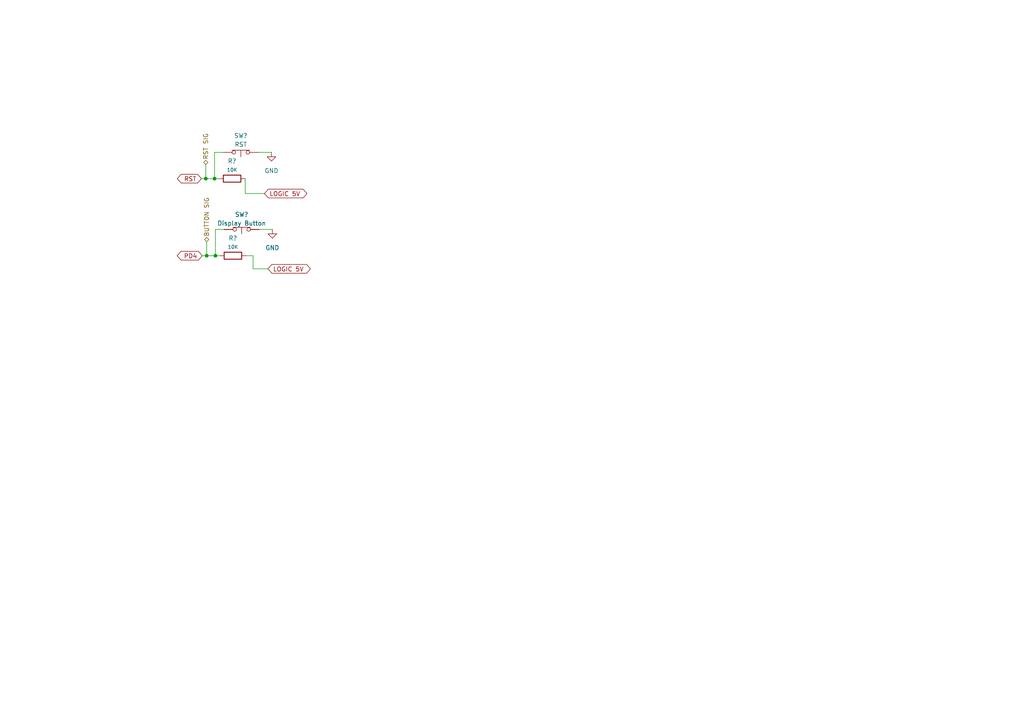
<source format=kicad_sch>
(kicad_sch (version 20230121) (generator eeschema)
  (paper "A4")
  (lib_symbols
    (symbol "Device:R" (pin_numbers hide) (pin_names (offset 0))
      (property "Reference" "R" (at 2.032 0 90))
      (property "Value" "R" (at 0 0 90))
      (symbol "R_0_1"
        (rectangle (start -1.016 -2.54) (end 1.016 2.54) (stroke (width 0.254)))
      )
      (symbol "R_1_1"
        (pin passive line (at 0 3.81 270) (length 1.27) (name "~") (number "1"))
        (pin passive line (at 0 -3.81 90) (length 1.27) (name "~") (number "2"))
      )
    )
    (symbol "Switch:SW_Push_Open" (pin_numbers hide) (pin_names (offset 1.016) hide)
      (property "Reference" "SW" (at 0 2.54 0))
      (property "Value" "SW_Push_Open" (at 0 -1.905 0))
      (symbol "SW_Push_Open_0_1"
        (circle (center -2.032 0) (radius 0.508))
        (polyline (pts (xy -2.54 -0.635) (xy 2.54 -0.635)))
        (polyline (pts (xy 0 -0.635) (xy 0 1.27)))
        (circle (center 2.032 0) (radius 0.508))
        (pin passive line (at -5.08 0 0) (length 2.54) (name "A") (number "1"))
      )
      (symbol "SW_Push_Open_1_1"
        (pin passive line (at 5.08 0 180) (length 2.54) (name "B") (number "2"))
      )
    )
    (symbol "power:GND" (power) (pin_names (offset 0))
      (property "Value" "GND" (at 0 -3.81 0))
      (symbol "GND_0_1"
        (polyline (pts (xy 0 0) (xy 0 -1.27) (xy 1.27 -1.27) (xy 0 -2.54) (xy -1.27 -1.27) (xy 0 -1.27)))
      )
      (symbol "GND_1_1"
        (pin power_in line (at 0 0 270) (length 0) hide (name "GND") (number "1"))
      )
    )
  )
  (junction (at 59.69 51.816))
  (junction (at 62.23 51.816))
  (junction (at 59.944 74.168))
  (junction (at 62.484 74.168))
  (wire (pts (xy 65.024 66.548) (xy 62.484 66.548)))
  (wire (pts (xy 62.484 74.168) (xy 63.754 74.168)))
  (wire (pts (xy 59.69 47.752) (xy 59.69 51.816)))
  (wire (pts (xy 73.406 77.978) (xy 77.724 77.978)))
  (wire (pts (xy 71.12 51.816) (xy 71.12 56.134)))
  (wire (pts (xy 73.406 74.168) (xy 73.406 77.978)))
  (wire (pts (xy 62.23 51.816) (xy 63.5 51.816)))
  (wire (pts (xy 62.484 66.548) (xy 62.484 74.168)))
  (wire (pts (xy 75.184 66.548) (xy 78.994 66.548)))
  (wire (pts (xy 71.12 56.134) (xy 76.708 56.134)))
  (wire (pts (xy 58.42 51.816) (xy 59.69 51.816)))
  (wire (pts (xy 64.77 44.196) (xy 62.23 44.196)))
  (wire (pts (xy 58.674 74.168) (xy 59.944 74.168)))
  (wire (pts (xy 71.374 74.168) (xy 73.406 74.168)))
  (wire (pts (xy 62.23 44.196) (xy 62.23 51.816)))
  (wire (pts (xy 59.944 74.168) (xy 62.484 74.168)))
  (wire (pts (xy 59.69 51.816) (xy 62.23 51.816)))
  (wire (pts (xy 59.944 70.104) (xy 59.944 74.168)))
  (wire (pts (xy 74.93 44.196) (xy 78.74 44.196)))
  (global_label "PD4" (shape bidirectional) (at 58.674 74.168 180) (property "Intersheetrefs" "${INTERSHEET_REFS}" (effects hide)))
  (global_label "RST" (shape bidirectional) (at 58.42 51.816 180) (property "Intersheetrefs" "${INTERSHEET_REFS}" (effects hide)))
  (global_label "LOGIC 5V" (shape bidirectional) (at 76.708 56.134 0) (property "Intersheetrefs" "${INTERSHEET_REFS}" (effects hide)))
  (global_label "LOGIC 5V" (shape bidirectional) (at 77.724 77.978 0) (property "Intersheetrefs" "${INTERSHEET_REFS}" (effects hide)))
  (hierarchical_label "RST SIG" (shape bidirectional) (at 59.69 47.752 90))
  (hierarchical_label "BUTTON SIG" (shape bidirectional) (at 59.944 70.104 90))
  (symbol (lib_id "power:GND") (at 78.74 44.196 0) (unit 1)
    (property "Reference" "#PWR?" (effects hide))
    (property "Value" "GND" (at 78.74 49.53 0))
    (instances (project "MCU2" (path "" (reference "#PWR?") (unit 1))) (project "rps01" (path "" (reference "#PWR?") (unit 1)) (path "" (reference "#PWR080") (unit 1))) (project "M_MUC" (path "" (reference "#PWR?") (unit 1))))
  )
  (symbol (lib_id "power:GND") (at 78.994 66.548 0) (unit 1)
    (property "Reference" "#PWR?" (effects hide))
    (property "Value" "GND" (at 78.994 71.882 0))
    (instances (project "MCU2" (path "" (reference "#PWR?") (unit 1))) (project "rps01" (path "" (reference "#PWR?") (unit 1)) (path "" (reference "#PWR081") (unit 1))) (project "M_MUC" (path "" (reference "#PWR?") (unit 1))))
  )
  (symbol (lib_id "Device:R") (at 67.564 74.168 90) (unit 1)
    (property "Reference" "R?" (at 67.564 69.088 90))
    (property "Value" "10K" (at 67.564 71.628 90) (effects (font (size 1 1))))
    (property "Footprint" "Resistor_SMD:R_0603_1608Metric" (effects hide))
    (instances (project "MCU2" (path "" (reference "R?") (unit 1))) (project "rps01" (path "" (reference "R?") (unit 1)) (path "" (reference "R33") (unit 1))) (project "M_MUC" (path "" (reference "R?") (unit 1))))
  )
  (symbol (lib_id "Device:R") (at 67.31 51.816 90) (unit 1)
    (property "Reference" "R?" (at 67.31 46.736 90))
    (property "Value" "10K" (at 67.31 49.276 90) (effects (font (size 1 1))))
    (property "Footprint" "Resistor_SMD:R_0603_1608Metric" (effects hide))
    (instances (project "MCU2" (path "" (reference "R?") (unit 1))) (project "rps01" (path "" (reference "R?") (unit 1)) (path "" (reference "R32") (unit 1))) (project "M_MUC" (path "" (reference "R?") (unit 1))))
  )
  (symbol (lib_id "Switch:SW_Push_Open") (at 70.104 66.548 180) (unit 1)
    (property "Reference" "SW?" (at 70.104 62.23 0))
    (property "Value" "Display Button" (at 70.104 64.77 0))
    (property "Footprint" "Button_Switch_SMD:SW_SPST_TL3305A" (effects hide))
    (instances (project "MCU2" (path "" (reference "SW?") (unit 1))) (project "rps01" (path "" (reference "SW?") (unit 1)) (path "" (reference "SW2") (unit 1))) (project "M_MUC" (path "" (reference "SW?") (unit 1))))
  )
  (symbol (lib_id "Switch:SW_Push_Open") (at 69.85 44.196 180) (unit 1)
    (property "Reference" "SW?" (at 69.85 39.37 0))
    (property "Value" "RST" (at 69.85 41.91 0))
    (property "Footprint" "Button_Switch_SMD:SW_SPST_TL3305A" (effects hide))
    (instances (project "MCU2" (path "" (reference "SW?") (unit 1))) (project "rps01" (path "" (reference "SW?") (unit 1)) (path "" (reference "SW1") (unit 1))) (project "M_MUC" (path "" (reference "SW?") (unit 1))))
  )
)
</source>
